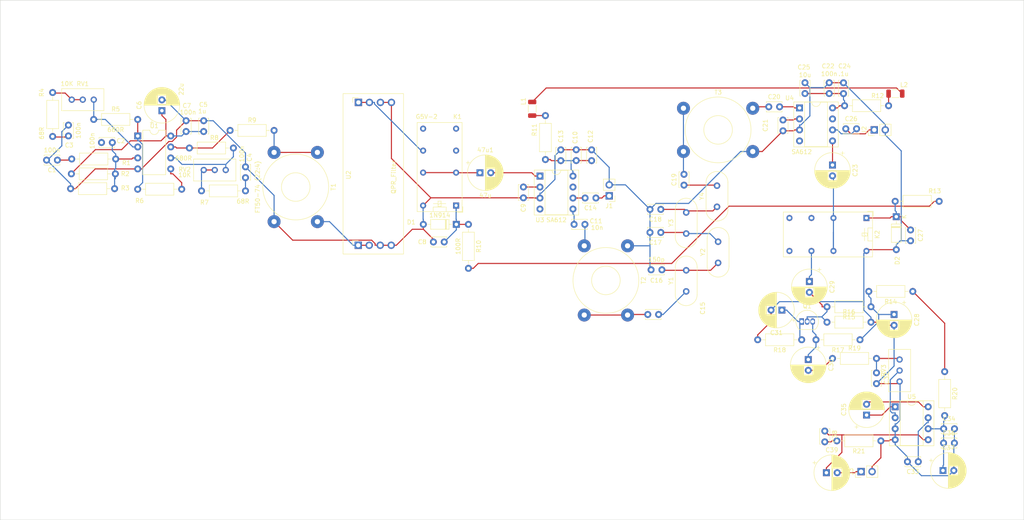
<source format=kicad_pcb>
(kicad_pcb (version 20211014) (generator pcbnew)
  (layers (0 "F.Cu" signal) (31 "B.Cu" signal) (34 "B.Paste" user) (35 "F.Paste" user) (36 "B.SilkS" user "B.Silkscreen") (37 "F.SilkS" user "F.Silkscreen") (38 "B.Mask" user) (39 "F.Mask" user) (44 "Edge.Cuts" user))
  (net 0 "")
  (net 1 "Net-(R9-Pad2)")
  (net 2 "GND")
  (net 3 "Net-(C1-Pad1)")
  (net 4 "ANT_IN")
  (net 5 "Net-(C2-Pad2)")
  (net 6 "Net-(C3-Pad1)")
  (net 7 "Net-(C4-Pad1)")
  (net 8 "+5V")
  (net 9 "Net-(R4-Pad1)")
  (net 10 "Net-(R5-Pad1)")
  (net 11 "Net-(R5-Pad2)")
  (net 12 "Net-(R6-Pad2)")
  (net 13 "Net-(R7-Pad1)")
  (net 14 "Net-(R8-Pad1)")
  (net 15 "Net-(R8-Pad2)")
  (net 16 "Net-(47u1-Pad1)")
  (net 17 "Net-(47u1-Pad2)")
  (net 18 "Net-(C8-Pad1)")
  (net 19 "Net-(C9-Pad1)")
  (net 20 "Net-(C10-Pad1)")
  (net 21 "Net-(C11-Pad1)")
  (net 22 "Net-(C11-Pad2)")
  (net 23 "Net-(C14-Pad1)")
  (net 24 "Net-(C14-Pad2)")
  (net 25 "Net-(C15-Pad1)")
  (net 26 "Net-(C15-Pad2)")
  (net 27 "Net-(C16-Pad1)")
  (net 28 "Net-(C17-Pad1)")
  (net 29 "Net-(C18-Pad1)")
  (net 30 "Net-(C19-Pad1)")
  (net 31 "Net-(C19-Pad2)")
  (net 32 "Net-(C20-Pad1)")
  (net 33 "Net-(C20-Pad2)")
  (net 34 "Net-(C21-Pad1)")
  (net 35 "Net-(C22-Pad1)")
  (net 36 "Net-(C23-Pad1)")
  (net 37 "Net-(C23-Pad2)")
  (net 38 "Net-(C26-Pad1)")
  (net 39 "Net-(C26-Pad2)")
  (net 40 "Net-(C27-Pad1)")
  (net 42 "IFMICIN")
  (net 44 "IFRFIN")
  (net 46 "Net-(C28-Pad1)")
  (net 48 "IFAFOUT")
  (net 49 "TX12V")
  (net 50 "Net-(L1-Pad2)")
  (net 51 "Net-(L2-Pad2)")
  (net 52 "Net-(T1-Pad4)")
  (net 53 "+8V")
  (net 58 "Net-(C29-Pad2)")
  (net 59 "Net-(C30-Pad1)")
  (net 60 "Net-(C30-Pad2)")
  (net 61 "Net-(C31-Pad1)")
  (net 62 "SMeterIN")
  (net 63 "Net-(C33-Pad1)")
  (net 64 "Net-(C34-Pad1)")
  (net 65 "Net-(C35-Pad1)")
  (net 66 "Net-(C35-Pad2)")
  (net 67 "Net-(C38-Pad1)")
  (net 68 "Net-(C38-Pad2)")
  (net 69 "Net-(C39-Pad2)")
  (net 70 "IFPAOUT")
  (net 71 "RX12V")
  (net 72 "Net-(RV3-Pad2)")
  (footprint "Resistor_THT:R_Axial_DIN0207_L6.3mm_D2.5mm_P10.16mm_Horizontal" (layer "F.Cu") (at 229.362 108.458 180)
    (fp_text reference "R14")
    (fp_text value "100R")
  )
  (footprint "Capacitor_THT:C_Disc_D3.4mm_W2.1mm_P2.50mm" (layer "F.Cu") (at 139.446 84.328 -90)
    (fp_text reference "C9")
    (fp_text value "100n")
  )
  (footprint "Resistor_THT:R_Axial_DIN0207_L6.3mm_D2.5mm_P10.16mm_Horizontal" (layer "F.Cu") (at 203.708 119.634 180)
    (fp_text reference "R18")
    (fp_text value "470R")
  )
  (footprint "Resistor_THT:R_Axial_DIN0207_L6.3mm_D2.5mm_P10.16mm_Horizontal" (layer "F.Cu") (at 62.31 75.312)
    (fp_text reference "R8")
    (fp_text value "680R")
  )
  (footprint "Relay_THT:Relay_DPDT_Omron_G5V-2" (layer "F.Cu") (at 123.9045 88.6135 180)
    (fp_text reference "K1")
    (fp_text value "G5V-2")
  )
  (footprint "Diode_THT:D_DO-35_SOD27_P7.62mm_Horizontal" (layer "F.Cu") (at 123.952 92.964 180)
    (fp_text reference "D1")
    (fp_text value "1N914")
  )
  (footprint "Resistor_THT:R_Axial_DIN0207_L6.3mm_D2.5mm_P10.16mm_Horizontal" (layer "F.Cu") (at 225.298 87.63)
    (fp_text reference "R13")
    (fp_text value "100R")
  )
  (footprint "Resistor_THT:R_Axial_DIN0207_L6.3mm_D2.5mm_P10.16mm_Horizontal" (layer "F.Cu") (at 217.17 119.634 180)
    (fp_text reference "R17")
    (fp_text value "1K")
  )
  (footprint "Transformer_THT:Transformer_Toroid_Horizontal_D14.0mm_Amidon-T50" (layer "F.Cu") (at 176.404 76.12)
    (fp_text reference "T3")
    (fp_text value "FT50-75 (7:18)")
  )
  (footprint "Potentiometer_THT:Potentiometer_Bourns_3296W_Vertical" (layer "F.Cu") (at 226.314 124.206 90)
    (fp_text reference "RV3")
    (fp_text value "10K")
  )
  (footprint "Capacitor_THT:CP_Radial_D8.0mm_P2.50mm" (layer "F.Cu") (at 210.82 79.248 -90)
    (fp_text reference "C23")
    (fp_text value "47u")
  )
  (footprint "Capacitor_THT:C_Disc_D3.4mm_W2.1mm_P2.50mm" (layer "F.Cu") (at 213.36 62.738 90)
    (fp_text reference "C24")
    (fp_text value ".1u")
  )
  (footprint "Crystal:Crystal_HC49-4H_Vertical" (layer "F.Cu") (at 184.404 101.854 90)
    (fp_text reference "Y2")
    (fp_text value "12 MHz")
  )
  (footprint "Transformer_THT:Transformer_Toroid_Horizontal_D14.0mm_Amidon-T50" (layer "F.Cu") (at 153.496 97.918 -90)
    (fp_text reference "T2")
    (fp_text value "FT50-75 (18:7)")
  )
  (footprint "Capacitor_THT:C_Disc_D3.4mm_W2.1mm_P2.50mm" (layer "F.Cu") (at 228.854 94.254 -90)
    (fp_text reference "C27")
    (fp_text value "100n")
  )
  (footprint "Capacitor_THT:C_Disc_D3.4mm_W2.1mm_P2.50mm" (layer "F.Cu") (at 61.548 71.502 90)
    (fp_text reference "C7")
    (fp_text value "100n")
  )
  (footprint "Resistor_THT:R_Axial_DIN0207_L6.3mm_D2.5mm_P10.16mm_Horizontal" (layer "F.Cu") (at 223.774 65.532 180)
    (fp_text reference "R12")
    (fp_text value "100R")
  )
  (footprint "Potentiometer_THT:Potentiometer_Bourns_3296W_Vertical" (layer "F.Cu") (at 40.222 64.136)
    (fp_text reference "RV1")
    (fp_text value "10K")
  )
  (footprint "Connector_PinHeader_2.54mm:PinHeader_1x02_P2.54mm_Vertical" (layer "F.Cu") (at 220.472 71.12 90)
    (fp_text reference "J2")
    (fp_text value "BFO/LO")
  )
  (footprint "Capacitor_THT:C_Disc_D3.4mm_W2.1mm_P2.50mm" (layer "F.Cu") (at 196.108 65.786)
    (fp_text reference "C20")
    (fp_text value "10n")
  )
  (footprint "Resistor_THT:R_Axial_DIN0207_L6.3mm_D2.5mm_P10.16mm_Horizontal" (layer "F.Cu") (at 221.996 143.002 180)
    (fp_text reference "R21")
    (fp_text value "10R")
  )
  (footprint "Capacitor_THT:CP_Radial_D8.0mm_P2.50mm" (layer "F.Cu") (at 236.3373 149.86)
    (fp_text reference "C37")
    (fp_text value "220u")
  )
  (footprint "Package_DIP:DIP-8_W7.62mm" (layer "F.Cu") (at 50.382 72.528)
    (fp_text reference "U1")
    (fp_text value "LT1253")
  )
  (footprint "Resistor_THT:R_Axial_DIN0207_L6.3mm_D2.5mm_P10.16mm_Horizontal" (layer "F.Cu") (at 30.734 62.484 -90)
    (fp_text reference "R4")
    (fp_text value "68R")
  )
  (footprint "Crystal:Crystal_HC49-4H_Vertical" (layer "F.Cu") (at 177.038 108.458 90)
    (fp_text reference "Y1")
    (fp_text value "12 MHz")
  )
  (footprint "Relay_THT:Relay_DPDT_Omron_G5V-2" (layer "F.Cu") (at 218.6615 91.4875 -90)
    (fp_text reference "K2")
    (fp_text value "G5V-2")
  )
  (footprint "Capacitor_THT:C_Disc_D3.4mm_W2.1mm_P2.50mm" (layer "F.Cu") (at 156.19 86.868 180)
    (fp_text reference "C14")
    (fp_text value "100n")
  )
  (footprint "Capacitor_THT:C_Disc_D3.4mm_W2.1mm_P2.50mm" (layer "F.Cu") (at 236.474 143.51)
    (fp_text reference "C36")
    (fp_text value "1n")
  )
  (footprint "Capacitor_THT:C_Disc_D3.4mm_W2.1mm_P2.50mm" (layer "F.Cu") (at 65.612 71.502 90)
    (fp_text reference "C5")
    (fp_text value "1u")
  )
  (footprint "Capacitor_THT:C_Disc_D3.4mm_W2.1mm_P2.50mm" (layer "F.Cu") (at 209.042 140.736 -90)
    (fp_text reference "C38")
    (fp_text value "10n")
  )
  (footprint "Transformer_THT:Transformer_Toroid_Horizontal_D14.0mm_Amidon-T50" (layer "F.Cu") (at 81.868 76.328 -90)
    (fp_text reference "T1")
    (fp_text value "FT50-74 (22:4)")
  )
  (footprint "Capacitor_THT:C_Disc_D3.4mm_W2.1mm_P2.50mm" (layer "F.Cu") (at 42.01 74.042)
    (fp_text reference "C2")
    (fp_text value "100n")
  )
  (footprint "Package_DIP:DIP-8_W7.62mm_Socket" (layer "F.Cu") (at 225.298 135.128)
    (fp_text reference "U5")
    (fp_text value "LM386")
  )
  (footprint "Capacitor_THT:C_Disc_D3.4mm_W2.1mm_P2.50mm" (layer "F.Cu") (at 220.98 127.274 -90)
    (fp_text reference "C32")
    (fp_text value "10n")
  )
  (footprint "Resistor_THT:R_Axial_DIN0207_L6.3mm_D2.5mm_P10.16mm_Horizontal" (layer "F.Cu") (at 144.526 67.818 -90)
    (fp_text reference "R11")
    (fp_text value "100R")
  )
  (footprint "Capacitor_THT:CP_Radial_D8.0mm_P2.50mm" (layer "F.Cu") (at 205.232 124.206 -90)
    (fp_text reference "C30")
    (fp_text value "47u")
  )
  (footprint "Capacitor_THT:C_Disc_D3.4mm_W2.1mm_P2.50mm" (layer "F.Cu") (at 168.168 113.792)
    (fp_text reference "C15")
    (fp_text value "100p")
  )
  (footprint "Capacitor_THT:C_Disc_D3.4mm_W2.1mm_P2.50mm" (layer "F.Cu") (at 213.888 70.866)
    (fp_text reference "C26")
    (fp_text value "100n")
  )
  (footprint "Capacitor_THT:C_Disc_D3.4mm_W2.1mm_P2.50mm" (layer "F.Cu") (at 151.638 78.212 90)
    (fp_text reference "C10")
    (fp_text value "100n")
  )
  (footprint "Resistor_THT:R_Axial_DIN0207_L6.3mm_D2.5mm_P10.16mm_Horizontal" (layer "F.Cu") (at 35.132 77.852)
    (fp_text reference "R1")
    (fp_text value "51R")
  )
  (footprint "Package_DIP:DIP-8_W7.62mm_Socket" (layer "F.Cu") (at 203.21 66.05)
    (fp_text reference "U4")
    (fp_text value "SA612")
  )
  (footprint "Capacitor_THT:CP_Radial_D8.0mm_P2.50mm" (layer "F.Cu") (at 199.136 112.776 180)
    (fp_text reference "C31")
    (fp_text value "100u")
  )
  (footprint "Connector_PinHeader_2.54mm:PinHeader_1x02_P2.54mm_Vertical" (layer "F.Cu") (at 217.424 150.114 90)
    (fp_text reference "J3")
    (fp_text value "SPK")
  )
  (footprint "Capacitor_THT:C_Disc_D3.4mm_W2.1mm_P2.50mm" (layer "F.Cu") (at 34.37 72.518 90)
    (fp_text reference "C3")
    (fp_text value "100n")
  )
  (footprint "Capacitor_THT:C_Disc_D3.4mm_W2.1mm_P2.50mm" (layer "F.Cu") (at 171.176 89.498 180)
    (fp_text reference "C18")
    (fp_text value "150p")
  )
  (footprint "Resistor_THT:R_Axial_DIN0207_L6.3mm_D2.5mm_P10.16mm_Horizontal" (layer "F.Cu") (at 71.708 71.248)
    (fp_text reference "R9")
    (fp_text value "50R")
  )
  (footprint "Capacitor_THT:C_Disc_D3.4mm_W2.1mm_P2.50mm" (layer "F.Cu") (at 171.176 94.832 180)
    (fp_text reference "C17")
    (fp_text value "200p")
  )
  (footprint "Capacitor_THT:CP_Radial_D8.0mm_P2.50mm" (layer "F.Cu") (at 209.4133 150.368)
    (fp_text reference "C39")
    (fp_text value "100u")
  )
  (footprint "Resistor_THT:R_Axial_DIN0207_L6.3mm_D2.5mm_P10.16mm_Horizontal" (layer "F.Cu") (at 45.038 84.71 180)
    (fp_text reference "R3")
    (fp_text value "10K")
  )
  (footprint "Crystal:Crystal_HC49-4H_Vertical" (layer "F.Cu") (at 184.15 88.9 90)
    (fp_text reference "Y4")
    (fp_text value "12 MHz")
  )
  (footprint "Capacitor_THT:C_Disc_D3.4mm_W2.1mm_P2.50mm" (layer "F.Cu") (at 75.264 82.17 90)
    (fp_text reference "C4")
    (fp_text value "100n")
  )
  (footprint "Capacitor_THT:C_Disc_D3.4mm_W2.1mm_P2.50mm" (layer "F.Cu") (at 148.082 78.232 90)
    (fp_text reference "C13")
    (fp_text value "10u")
  )
  (footprint "Capacitor_THT:C_Disc_D3.4mm_W2.1mm_P2.50mm" (layer "F.Cu") (at 151.15 92.964)
    (fp_text reference "C11")
    (fp_text value "10n")
  )
  (footprint "Capacitor_THT:CP_Radial_D8.0mm_P2.50mm" (layer "F.Cu") (at 205.486 106.172 -90)
    (fp_text reference "C29")
    (fp_text value "47u")
  )
  (footprint "Resistor_THT:R_Axial_DIN0207_L6.3mm_D2.5mm_P10.16mm_Horizontal" (layer "F.Cu") (at 65.104 85.218)
    (fp_text reference "R7")
    (fp_text value "68R")
  )
  (footprint "Capacitor_THT:C_Disc_D3.4mm_W2.1mm_P2.50mm" (layer "F.Cu") (at 204.47 62.718 90)
    (fp_text reference "C25")
    (fp_text value "10u")
  )
  (footprint "Capacitor_THT:C_Disc_D3.4mm_W2.1mm_P2.50mm" (layer "F.Cu") (at 31.83 78.106 180)
    (fp_text reference "C1")
    (fp_text value "100n")
  )
  (footprint "Capacitor_THT:C_Disc_D3.4mm_W2.1mm_P2.50mm" (layer "F.Cu") (at 199.39 68.834 -90)
    (fp_text reference "C21")
    (fp_text value "100n")
  )
  (footprint "Capacitor_THT:C_Disc_D3.4mm_W2.1mm_P2.50mm" (layer "F.Cu") (at 176.53 83.89 90)
    (fp_text reference "C19")
    (fp_text value "100p")
  )
  (footprint "Connector_PinHeader_2.54mm:PinHeader_1x02_P2.54mm_Vertical" (layer "F.Cu") (at 159.258 86.365 180)
    (fp_text reference "J1")
    (fp_text value "LO/BFO")
  )
  (footprint "Resistor_THT:R_Axial_DIN0207_L6.3mm_D2.5mm_P10.16mm_Horizontal" (layer "F.Cu") (at 219.71 112.014 180)
    (fp_text reference "R15")
    (fp_text value "100K")
  )
  (footprint "Resistor_THT:R_Axial_DIN0207_L6.3mm_D2.5mm_P10.16mm_Horizontal" (layer "F.Cu") (at 236.728 127 -90)
    (fp_text reference "R20")
    (fp_text value "100R")
  )
  (footprint "Capacitor_THT:CP_Radial_D8.0mm_P2.50mm" (layer "F.Cu") (at 129.4033 81.026)
    (fp_text reference "47u1")
    (fp_text value "47u")
  )
  (footprint "Resistor_THT:R_Axial_DIN0207_L6.3mm_D2.5mm_P10.16mm_Horizontal" (layer "F.Cu") (at 35.052 81.28)
    (fp_text reference "R2")
    (fp_text value "10K")
  )
  (footprint "Diode_THT:D_DO-35_SOD27_P7.62mm_Horizontal" (layer "F.Cu") (at 225.552 91.186 -90)
    (fp_text reference "D2")
    (fp_text value "1N914")
  )
  (footprint "Crystal:Crystal_HC49-4H_Vertical" (layer "F.Cu") (at 177.038 95.086 90)
    (fp_text reference "Y3")
    (fp_text value "12 MHz")
  )
  (footprint "Capacitor_THT:C_Disc_D3.4mm_W2.1mm_P2.50mm" (layer "F.Cu") (at 236.494 140.208)
    (fp_text reference "C34")
    (fp_text value "100n")
  )
  (footprint "Capacitor_THT:C_Disc_D3.4mm_W2.1mm_P2.50mm" (layer "F.Cu") (at 121.158 97.028 180)
    (fp_text reference "C8")
    (fp_text value "100n")
  )
  (footprint "Capacitor_THT:C_Disc_D3.4mm_W2.1mm_P2.50mm" (layer "F.Cu") (at 171.43 103.468 180)
    (fp_text reference "C16")
    (fp_text value "150p")
  )
  (footprint "Resistor_THT:R_Axial_DIN0207_L6.3mm_D2.5mm_P10.16mm_Horizontal" (layer "F.Cu") (at 40.212 68.708)
    (fp_text reference "R5")
    (fp_text value "680R")
  )
  (footprint "Capacitor_THT:C_Disc_D3.4mm_W2.1mm_P2.50mm" (layer "F.Cu") (at 155.194 78.232 90)
    (fp_text reference "C12")
    (fp_text value ".1u")
  )
  (footprint "Resistor_THT:R_Axial_DIN0207_L6.3mm_D2.5mm_P10.16mm_Horizontal" (layer "F.Cu") (at 126.746 92.964 -90)
    (fp_text reference "R10")
    (fp_text value "100R")
  )
  (footprint "Custom_RF:QRPLabs_Filter_TH" (layer "F.Cu") (at 106.68 87.63 90)
    (fp_text reference "U2")
    (fp_text value "QPR_Filter")
  )
  (footprint "Inductor_SMD:L_1206_3216Metric" (layer "F.Cu") (at 225.349 62.738 180)
    (fp_text reference "L2")
    (fp_text value "20u")
  )
  (footprint "Potentiometer_THT:Potentiometer_Bourns_3296W_Vertical" (layer "F.Cu") (at 70.702 80.392)
    (fp_text reference "RV2")
    (fp_text value "10K")
  )
  (footprint "Inductor_SMD:L_1206_3216Metric" (layer "F.Cu") (at 141.478 66.243 -90)
    (fp_text reference "L1")
    (fp_text value "20u")
  )
  (footprint "Resistor_THT:R_Axial_DIN0207_L6.3mm_D2.5mm_P10.16mm_Horizontal" (layer "F.Cu") (at 209.55 115.57)
    (fp_text reference "R16")
    (fp_text value "10K")
  )
  (footprint "Capacitor_THT:CP_Radial_D8.0mm_P2.50mm" (layer "F.Cu") (at 55.96 66.676 90)
    (fp_text reference "C6")
    (fp_text value "22u")
  )
  (footprint "Capacitor_THT:CP_Radial_D8.0mm_P2.50mm" (layer "F.Cu") (at 225.044 113.792 -90)
    (fp_text reference "C28")
    (fp_text value "47u")
  )
  (footprint "Capacitor_THT:CP_Radial_D8.0mm_P2.50mm" (layer "F.Cu") (at 218.694 137.0427 90)
    (fp_text reference "C35")
    (fp_text value "10u")
  )
  (footprint "Package_DIP:DIP-8_W7.62mm_Socket" (layer "F.Cu") (at 143.266 81.798)
    (fp_text reference "U3")
    (fp_text value "SA612")
  )
  (footprint "Package_TO_SOT_THT:TO-92_Inline" (layer "F.Cu") (at 203.708 115.422)
    (fp_text reference "Q1")
    (fp_text value "2N3904")
  )
  (footprint "Resistor_THT:R_Axial_DIN0207_L6.3mm_D2.5mm_P10.16mm_Horizontal" (layer "F.Cu") (at 210.82 123.952)
    (fp_text reference "R19")
    (fp_text value "2.7K")
  )
  (footprint "Capacitor_THT:C_Disc_D3.4mm_W2.1mm_P2.50mm" (layer "F.Cu") (at 230.632 147.828 180)
    (fp_text reference "C33")
    (fp_text value "1u")
  )
  (footprint "Resistor_THT:R_Axial_DIN0207_L6.3mm_D2.5mm_P10.16mm_Horizontal" (layer "F.Cu") (at 50.372 84.836)
    (fp_text reference "R6")
    (fp_text value "200R")
  )
  (footprint "Capacitor_THT:C_Disc_D3.4mm_W2.1mm_P2.50mm" (layer "F.Cu") (at 210.058 62.718 90)
    (fp_text reference "C22")
    (fp_text value "100n")
  )
  (gr_rect (start 255.016 161.29) (end 18.622 41.148) (layer "Edge.Cuts") (width 0.1) (fill none))
  (segment (start 91.868 76.328) (end 81.868 76.328) (width 0.25) (layer "F.Cu") (net 1))
  (segment (start 81.868 71.248) (end 81.868 76.328) (width 0.25) (layer "B.Cu") (net 1))
  (segment (start 193.548 119.634) (end 193.548 118.5087) (width 0.25) (layer "F.Cu") (net 2))
  (segment (start 225.044 116.292) (end 221.5573 116.292) (width 0.25) (layer "F.Cu") (net 2))
  (segment (start 108.92 97.79) (end 106.38 97.79) (width 0.25) (layer "F.Cu") (net 2))
  (segment (start 213.34 60.218) (end 210.058 60.218) (width 0.25) (layer "F.Cu") (net 2))
  (segment (start 108.92 97.79) (end 110.095 97.79) (width 0.25) (layer "F.Cu") (net 2))
  (segment (start 218.6615 99.1075) (end 218.662 99.1075) (width 0.25) (layer "F.Cu") (net 2))
  (segment (start 108.966 64.77) (end 106.426 64.77) (width 0.25) (layer "F.Cu") (net 2))
  (segment (start 142.141 86.878) (end 143.266 86.878) (width 0.25) (layer "F.Cu") (net 2))
  (segment (start 225.298 142.748) (end 224.1727 142.748) (width 0.25) (layer "F.Cu") (net 2))
  (segment (start 192.404 76.12) (end 194.604 76.12) (width 0.25) (layer "F.Cu") (net 2))
  (segment (start 219.71 115.57) (end 220.8353 115.57) (width 0.25) (layer "F.Cu") (net 2))
  (segment (start 221.5573 116.292) (end 220.8353 115.57) (width 0.25) (layer "F.Cu") (net 2))
  (segment (start 225.552 98.806) (end 218.963 98.806) (width 0.25) (layer "F.Cu") (net 2))
  (segment (start 142.091 86.828) (end 142.141 86.878) (width 0.25) (layer "F.Cu") (net 2))
  (segment (start 116.332 92.964) (end 116.332 94.0893) (width 0.25) (layer "F.Cu") (net 2))
  (segment (start 104.397 96.6147) (end 86.1547 96.6147) (width 0.25) (layer "F.Cu") (net 2))
  (segment (start 86.1547 96.6147) (end 81.868 92.328) (width 0.25) (layer "F.Cu") (net 2))
  (segment (start 61.548 69.002) (end 59.3496 71.2004) (width 0.25) (layer "F.Cu") (net 2))
  (segment (start 155.194 75.732) (end 155.174 75.712) (width 0.25) (layer "F.Cu") (net 2))
  (segment (start 201.881 71.334) (end 202.085 71.13) (width 0.25) (layer "F.Cu") (net 2))
  (segment (start 148.102 75.712) (end 148.082 75.732) (width 0.25) (layer "F.Cu") (net 2))
  (segment (start 51.5073 80.148) (end 50.382 80.148) (width 0.25) (layer "F.Cu") (net 2))
  (segment (start 218.963 98.806) (end 218.662 99.1075) (width 0.25) (layer "F.Cu") (net 2))
  (segment (start 116.2843 88.6133) (end 118.07 86.828) (width 0.25) (layer "F.Cu") (net 2))
  (segment (start 110.095 97.79) (end 113.796 94.0893) (width 0.25) (layer "F.Cu") (net 2))
  (segment (start 151.638 75.712) (end 148.102 75.712) (width 0.25) (layer "F.Cu") (net 2))
  (segment (start 116.284 88.6135) (end 116.2843 88.6133) (width 0.25) (layer "F.Cu") (net 2))
  (segment (start 106.38 97.79) (end 105.205 97.79) (width 0.25) (layer "F.Cu") (net 2))
  (segment (start 199.39 71.334) (end 201.881 71.334) (width 0.25) (layer "F.Cu") (net 2))
  (segment (start 118.658 96.4153) (end 118.658 97.028) (width 0.25) (layer "F.Cu") (net 2))
  (segment (start 58.3322 73.798) (end 57.576 73.798) (width 0.25) (layer "F.Cu") (net 2))
  (segment (start 51.5073 79.8667) (end 51.5073 80.148) (width 0.25) (layer "F.Cu") (net 2))
  (segment (start 105.205 97.4226) (end 104.397 96.6147) (width 0.25) (layer "F.Cu") (net 2))
  (segment (start 116.2845 88.6135) (end 116.2843 88.6133) (width 0.25) (layer "F.Cu") (net 2))
  (segment (start 108.966 77.724) (end 108.966 64.77) (width 0.25) (layer "F.Cu") (net 2))
  (segment (start 194.604 76.12) (end 199.39 71.334) (width 0.25) (layer "F.Cu") (net 2))
  (segment (start 196.636 115.4207) (end 193.548 118.5087) (width 0.25) (layer "F.Cu") (net 2))
  (segment (start 155.174 75.712) (end 151.638 75.712) (width 0.25) (layer "F.Cu") (net 2))
  (segment (start 34.878 84.71) (end 36.0033 84.71) (width 0.25) (layer "F.Cu") (net 2))
  (segment (start 59.3496 72.7806) (end 58.3322 73.798) (width 0.25) (layer "F.Cu") (net 2))
  (segment (start 118.07 86.828) (end 108.966 77.724) (width 0.25) (layer "F.Cu") (net 2))
  (segment (start 59.3496 71.2004) (end 59.3496 72.7806) (width 0.25) (layer "F.Cu") (net 2))
  (segment (start 221.996 143.002) (end 223.9187 143.002) (width 0.25) (layer "F.Cu") (net 2))
  (segment (start 223.9187 143.002) (end 224.1727 142.748) (width 0.25) (layer "F.Cu") (net 2))
  (segment (start 219.964 150.114) (end 219.964 148.9387) (width 0.25) (layer "F.Cu") (net 2))
  (segment (start 196.636 112.776) (end 196.636 115.4207) (width 0.25) (layer "F.Cu") (net 2))
  (segment (start 40.5653 80.148) (end 50.382 80.148) (width 0.25) (layer "F.Cu") (net 2))
  (segment (start 65.612 69.002) (end 61.548 69.002) (width 0.25) (layer "F.Cu") (net 2))
  (segment (start 221.996 146.9067) (end 219.964 148.9387) (width 0.25) (layer "F.Cu") (net 2))
  (segment (start 36.0033 84.71) (end 40.5653 80.148) (width 0.25) (layer "F.Cu") (net 2))
  (segment (start 213.36 60.238) (end 213.34 60.218) (width 0.25) (layer "F.Cu") (net 2))
  (segment (start 113.796 94.0893) (end 116.332 94.0893) (width 0.25) (layer "F.Cu") (net 2))
  (segment (start 139.446 86.828) (end 142.091 86.828) (width 0.25) (layer "F.Cu") (net 2))
  (segment (start 221.996 143.002) (end 221.996 146.9067) (width 0.25) (layer "F.Cu") (net 2))
  (segment (start 57.576 73.798) (end 51.5073 79.8667) (width 0.25) (layer "F.Cu") (net 2))
  (segment (start 220.98 129.774) (end 225.826 129.774) (width 0.25) (layer "F.Cu") (net 2))
  (segment (start 118.07 86.828) (end 139.446 86.828) (width 0.25) (layer "F.Cu") (net 2))
  (segment (start 105.205 97.79) (end 105.205 97.4226) (width 0.25) (layer "F.Cu") (net 2))
  (segment (start 116.332 94.0893) (end 118.658 96.4153) (width 0.25) (layer "F.Cu") (net 2))
  (segment (start 225.826 129.774) (end 226.314 129.286) (width 0.25) (layer "F.Cu") (net 2))
  (segment (start 202.085 71.13) (end 203.21 71.13) (width 0.25) (layer "F.Cu") (net 2))
  (segment (start 116.2845 88.6135) (end 116.284 88.6135) (width 0.25) (layer "B.Cu") (net 2))
  (segment (start 238.974 143.51) (end 238.8373 143.6467) (width 0.25) (layer "B.Cu") (net 2))
  (segment (start 218.0568 110.8333) (end 198.5787 110.8333) (width 0.25) (layer "B.Cu") (net 2))
  (segment (start 168.93 103.468) (end 168.676 103.214) (width 0.25) (layer "B.Cu") (net 2))
  (segment (start 238.8373 143.6467) (end 238.8373 149.86) (width 0.25) (layer "B.Cu") (net 2))
  (segment (start 218.0568 112.7915) (end 219.71 114.4447) (width 0.25) (layer "B.Cu") (net 2))
  (segment (start 223.012 69.89) (end 223.012 71.12) (width 0.25) (layer "B.Cu") (net 2))
  (segment (start 218.0568 99.7122) (end 218.0568 110.8333) (width 0.25) (layer "B.Cu") (net 2))
  (segment (start 65.612 69.002) (end 67.7959 69.002) (width 0.25) (layer "B.Cu") (net 2))
  (segment (start 67.7959 69.002) (end 75.264 76.4701) (width 0.25) (layer "B.Cu") (net 2))
  (segment (start 34.878 84.71) (end 34.878 83.5847) (width 0.25) (layer "B.Cu") (net 2))
  (segment (start 29.5391 78.2458) (end 29.5391 78.106) (width 0.25) (layer "B.Cu") (net 2))
  (segment (start 116.332 91.8387) (end 116.284 91.7912) (width 0.25) (layer "B.Cu") (net 2))
  (segment (start 143.266 86.878) (end 143.266 85.7527) (width 0.25) (layer "B.Cu") (net 2))
  (segment (start 203.21 70.0047) (end 203.491 70.0047) (width 0.25) (layer "B.Cu") (net 2))
  (segment (start 168.676 97.918) (end 168.676 94.832) (width 0.25) (layer "B.Cu") (net 2))
  (segment (start 228.132 147.828) (end 231.3579 151.0539) (width 0.25) (layer "B.Cu") (net 2))
  (segment (start 205.598 61.3456) (end 208.93 61.3456) (width 0.25) (layer "B.Cu") (net 2))
  (segment (start 226.314 129.286) (end 226.4233 129.3953) (width 0.25) (layer "B.Cu") (net 2))
  (segment (start 29.5391 78.106) (end 29.33 78.106) (width 0.25) (layer "B.Cu") (net 2))
  (segment (start 226.703 96.754) (end 226.479 96.754) (width 0.25) (layer "B.Cu") (net 2))
  (segment (start 225.5794 139.0827) (end 225.298 139.0827) (width 0.25) (layer "B.Cu") (net 2))
  (segment (start 143.266 85.7527) (end 143.547 85.7527) (width 0.25) (layer "B.Cu") (net 2))
  (segment (start 168.676 94.832) (end 168.676 89.498) (width 0.25) (layer "B.Cu") (net 2))
  (segment (start 75.264 79.67) (end 81.868 86.274) (width 0.25) (layer "B.Cu") (net 2))
  (segment (start 208.93 61.3456) (end 210.058 60.218) (width 0.25) (layer "B.Cu") (net 2))
  (segment (start 238.994 140.208) (end 238.974 140.228) (width 0.25) (layer "B.Cu") (net 2))
  (segment (start 159.258 83.825) (end 163.003 83.825) (width 0.25) (layer "B.Cu") (net 2))
  (segment (start 205.598 67.8984) (end 205.598 61.3456) (width 0.25) (layer "B.Cu") (net 2))
  (segment (start 75.264 76.4701) (end 75.264 79.67) (width 0.25) (layer "B.Cu") (net 2))
  (segment (start 170.055 88.1192) (end 168.676 89.498) (width 0.25) (layer "B.Cu") (net 2))
  (segment (start 225.552 97.6807) (end 225.552 98.806) (width 0.25) (layer "B.Cu") (net 2))
  (segment (start 220.98 129.774) (end 225.044 125.71) (width 0.25) (layer "B.Cu") (net 2))
  (segment (start 226.479 96.754) (end 225.552 97.6807) (width 0.25) (layer "B.Cu") (net 2))
  (segment (start 218.6615 99.1075) (end 218.0568 99.7122) (width 0.25) (layer "B.Cu") (net 2))
  (segment (start 163.003 83.825) (end 168.676 89.498) (width 0.25) (layer "B.Cu") (net 2))
  (segment (start 32.8461 71.5419) (end 34.37 70.018) (width 0.25) (layer "B.Cu") (net 2))
  (segment (start 81.868 86.274) (end 81.868 92.328) (width 0.25) (layer "B.Cu") (net 2))
  (segment (start 213.36 60.238) (end 223.012 69.89) (width 0.25) (layer "B.Cu") (net 2))
  (segment (start 146.727 82.5726) (end 146.727 77.0866) (width 0.25) (layer "B.Cu") (net 2))
  (segment (start 225.298 140.208) (end 225.298 139.0827) (width 0.25) (layer "B.Cu") (net 2))
  (segment (start 155.194 75.732) (end 159.258 79.796) (width 0.25) (layer "B.Cu") (net 2))
  (segment (start 203.491 70.0047) (end 205.598 67.8984) (width 0.25) (layer "B.Cu") (net 2))
  (segment (start 226.703 75.986) (end 226.703 96.754) (width 0.25) (layer "B.Cu") (net 2))
  (segment (start 55.96 64.176) (end 56.722 64.176) (width 0.25) (layer "B.Cu") (net 2))
  (segment (start 168.676 103.214) (end 168.676 97.918) (width 0.25) (layer "B.Cu") (net 2))
  (segment (start 226.4233 129.3953) (end 226.4233 138.2388) (width 0.25) (layer "B.Cu") (net 2))
  (segment (start 143.547 85.7527) (end 146.727 82.5726) (width 0.25) (layer "B.Cu") (net 2))
  (segment (start 192.404 76.12) (end 189.603 76.12) (width 0.25) (layer "B.Cu") (net 2))
  (segment (start 218.0568 110.8333) (end 218.0568 112.7915) (width 0.25) (layer "B.Cu") (net 2))
  (segment (start 116.332 92.964) (end 116.332 91.8387) (width 0.25) (layer "B.Cu") (net 2))
  (segment (start 223.012 72.2953) (end 226.703 75.986) (width 0.25) (layer "B.Cu") (net 2))
  (segment (start 116.284 91.7912) (end 116.284 88.6135) (width 0.25) (layer "B.Cu") (net 2))
  (segment (start 168.676 97.918) (end 163.496 97.918) (width 0.25) (layer "B.Cu") (net 2))
  (segment (start 228.132 146.7073) (end 228.132 147.828) (width 0.25) (layer "B.Cu") (net 2))
  (segment (start 225.044 125.71) (end 225.044 116.292) (width 0.25) (layer "B.Cu") (net 2))
  (segment (start 203.21 71.13) (end 203.21 70.0047) (width 0.25) (layer "B.Cu") (net 2))
  (segment (start 231.3579 151.0539) (end 237.6434 151.0539) (width 0.25) (layer "B.Cu") (net 2))
  (segment (start 219.71 115.57) (end 219.71 114.4447) (width 0.25) (layer "B.Cu") (net 2))
  (segment (start 225.298 142.748) (end 225.298 143.8733) (width 0.25) (layer "B.Cu") (net 2))
  (segment (start 29.5391 78.106) (end 32.8461 74.799) (width 0.25) (layer "B.Cu") (net 2))
  (segment (start 198.5787 110.8333) (end 196.636 112.776) (width 0.25) (layer "B.Cu") (net 2))
  (segment (start 56.722 64.176) (end 61.548 69.002) (width 0.25) (layer "B.Cu") (net 2))
  (segment (start 223.012 71.12) (end 223.012 72.2953) (width 0.25) (layer "B.Cu") (net 2))
  (segment (start 205.598 61.3456) (end 204.47 60.218) (width 0.25) (layer "B.Cu") (net 2))
  (segment (start 228.854 96.754) (end 226.703 96.754) (width 0.25) (layer "B.Cu") (net 2))
  (segment (start 34.878 83.5847) (end 29.5391 78.2458) (width 0.25) (layer "B.Cu") (net 2))
  (segment (start 225.298 143.8733) (end 228.132 146.7073) (width 0.25) (layer "B.Cu") (net 2))
  (segment (start 189.603 76.12) (end 177.604 88.1192) (width 0.25) (layer "B.Cu") (net 2))
  (segment (start 146.727 77.0866) (end 148.082 75.732) (width 0.25) (layer "B.Cu") (net 2))
  (segment (start 238.974 140.228) (end 238.974 143.51) (width 0.25) (layer "B.Cu") (net 2))
  (segment (start 32.8461 74.799) (end 32.8461 71.5419) (width 0.25) (layer "B.Cu") (net 2))
  (segment (start 237.6434 151.0539) (end 238.8373 149.86) (width 0.25) (layer "B.Cu") (net 2))
  (segment (start 159.258 79.796) (end 159.258 83.825) (width 0.25) (layer "B.Cu") (net 2))
  (segment (start 225.298 142.748) (end 225.298 140.208) (width 0.25) (layer "B.Cu") (net 2))
  (segment (start 226.4233 138.2388) (end 225.5794 139.0827) (width 0.25) (layer "B.Cu") (net 2))
  (segment (start 177.604 88.1192) (end 170.055 88.1192) (width 0.25) (layer "B.Cu") (net 2))
  (segment (start 34.878 78.106) (end 35.132 77.852) (width 0.25) (layer "F.Cu") (net 3))
  (segment (start 31.83 78.106) (end 34.878 78.106) (width 0.25) (layer "F.Cu") (net 3))
  (segment (start 49.0127 77.852) (end 49.2567 77.608) (width 0.25) (layer "F.Cu") (net 5))
  (segment (start 45.292 77.852) (end 49.0127 77.852) (width 0.25) (layer "F.Cu") (net 5))
  (segment (start 49.2567 77.608) (end 50.382 77.608) (width 0.25) (layer "F.Cu") (net 5))
  (segment (start 45.038 84.71) (end 45.038 82.4963) (width 0.25) (layer "B.Cu") (net 5))
  (segment (start 45.292 76.7267) (end 44.51 75.9447) (width 0.25) (layer "B.Cu") (net 5))
  (segment (start 45.038 82.4963) (end 45.129 82.4053) (width 0.25) (layer "B.Cu") (net 5))
  (segment (start 45.038 80.2827) (end 45.292 80.0287) (width 0.25) (layer "B.Cu") (net 5))
  (segment (start 45.129 82.4053) (end 45.212 82.4053) (width 0.25) (layer "B.Cu") (net 5))
  (segment (start 45.212 81.28) (end 45.212 82.4053) (width 0.25) (layer "B.Cu") (net 5))
  (segment (start 45.038 82.4963) (end 45.038 80.2827) (width 0.25) (layer "B.Cu") (net 5))
  (segment (start 45.292 77.852) (end 45.292 76.7267) (width 0.25) (layer "B.Cu") (net 5))
  (segment (start 45.292 80.0287) (end 45.292 77.852) (width 0.25) (layer "B.Cu") (net 5))
  (segment (start 44.51 75.9447) (end 44.51 74.042) (width 0.25) (layer "B.Cu") (net 5))
  (segment (start 31.068 72.772) (end 30.862 72.772) (width 0.25) (layer "F.Cu") (net 6))
  (segment (start 30.862 72.772) (end 30.734 72.644) (width 0.25) (layer "F.Cu") (net 6))
  (segment (start 34.116 72.772) (end 31.068 72.772) (width 0.25) (layer "F.Cu") (net 6))
  (segment (start 34.37 72.518) (end 34.116 72.772) (width 0.25) (layer "F.Cu") (net 6))
  (segment (start 75.264 85.218) (end 75.264 82.17) (width 0.25) (layer "B.Cu") (net 7))
  (segment (start 35.052 81.234) (end 35.052 81.28) (width 0.25) (layer "F.Cu") (net 8))
  (segment (start 56.8767 68.718) (end 56.8767 72.528) (width 0.25) (layer "F.Cu") (net 8))
  (segment (start 40.6026 75.6834) (end 46.6602 75.6834) (width 0.25) (layer "F.Cu") (net 8))
  (segment (start 46.6602 75.6834) (end 48.6903 73.6533) (width 0.25) (layer "F.Cu") (net 8))
  (segment (start 34.878 81.408) (end 35.052 81.234) (width 0.25) (layer "F.Cu") (net 8))
  (segment (start 55.7514 73.6533) (end 56.8767 72.528) (width 0.25) (layer "F.Cu") (net 8))
  (segment (start 35.052 81.234) (end 40.6026 75.6834) (width 0.25) (layer "F.Cu") (net 8))
  (segment (start 48.6903 73.6533) (end 55.7514 73.6533) (width 0.25) (layer "F.Cu") (net 8))
  (segment (start 55.96 67.8013) (end 56.8767 68.718) (width 0.25) (layer "F.Cu") (net 8))
  (segment (start 58.002 72.528) (end 56.8767 72.528) (width 0.25) (layer "F.Cu") (net 8))
  (segment (start 55.96 66.676) (end 55.96 67.8013) (width 0.25) (layer "F.Cu") (net 8))
  (segment (start 60.522 72.528) (end 61.548 71.502) (width 0.25) (layer "B.Cu") (net 8))
  (segment (start 65.612 71.502) (end 61.548 71.502) (width 0.25) (layer "B.Cu") (net 8))
  (segment (start 58.002 72.528) (end 60.522 72.528) (width 0.25) (layer "B.Cu") (net 8))
  (segment (start 31.068 62.612) (end 33.618 62.612) (width 0.25) (layer "F.Cu") (net 9))
  (segment (start 33.618 62.612) (end 35.142 64.136) (width 0.25) (layer "F.Cu") (net 9))
  (segment (start 35.142 64.136) (end 37.682 64.136) (width 0.25) (layer "F.Cu") (net 9))
  (segment (start 30.862 62.612) (end 30.734 62.484) (width 0.25) (layer "F.Cu") (net 9))
  (segment (start 31.068 62.612) (end 30.862 62.612) (width 0.25) (layer "F.Cu") (net 9))
  (segment (start 49.2567 75.068) (end 42.8867 68.698) (width 0.25) (layer "B.Cu") (net 10))
  (segment (start 50.382 75.068) (end 49.2567 75.068) (width 0.25) (layer "B.Cu") (net 10))
  (segment (start 40.222 68.698) (end 40.222 64.136) (width 0.25) (layer "B.Cu") (net 10))
  (segment (start 40.212 68.708) (end 40.222 68.698) (width 0.25) (layer "B.Cu") (net 10))
  (segment (start 42.8867 68.698) (end 40.222 68.698) (width 0.25) (layer "B.Cu") (net 10))
  (segment (start 50.382 71.4027) (end 50.372 71.3927) (width 0.25) (layer "F.Cu") (net 11))
  (segment (start 50.372 71.3927) (end 50.372 68.708) (width 0.25) (layer "F.Cu") (net 11))
  (segment (start 50.382 72.528) (end 50.382 71.4027) (width 0.25) (layer "F.Cu") (net 11))
  (segment (start 50.382 73.6533) (end 50.382 72.528) (width 0.25) (layer "B.Cu") (net 11))
  (segment (start 50.372 84.456) (end 51.5073 83.3207) (width 0.25) (layer "B.Cu") (net 11))
  (segment (start 51.5073 83.3207) (end 51.5073 74.4972) (width 0.25) (layer "B.Cu") (net 11))
  (segment (start 50.372 84.456) (end 50.372 84.836) (width 0.25) (layer "B.Cu") (net 11))
  (segment (start 51.5073 74.4972) (end 50.6634 73.6533) (width 0.25) (layer "B.Cu") (net 11))
  (segment (start 50.6634 73.6533) (end 50.382 73.6533) (width 0.25) (layer "B.Cu") (net 11))
  (segment (start 58.4746 81.2733) (end 58.002 81.2733) (width 0.25) (layer "F.Cu") (net 12))
  (segment (start 60.532 84.456) (end 60.532 84.836) (width 0.25) (layer "F.Cu") (net 12))
  (segment (start 60.532 83.3307) (end 58.4746 81.2733) (width 0.25) (layer "F.Cu") (net 12))
  (segment (start 58.002 81.2733) (end 58.002 80.148) (width 0.25) (layer "F.Cu") (net 12))
  (segment (start 60.532 84.456) (end 60.532 83.3307) (width 0.25) (layer "F.Cu") (net 12))
  (segment (start 65.622 80.392) (end 68.162 80.392) (width 0.25) (layer "F.Cu") (net 13))
  (segment (start 65.622 80.392) (end 65.104 80.91) (width 0.25) (layer "B.Cu") (net 13))
  (segment (start 65.104 80.91) (end 65.104 85.218) (width 0.25) (layer "B.Cu") (net 13))
  (segment (start 59.3713 75.312) (end 59.1273 75.068) (width 0.25) (layer "F.Cu") (net 14))
  (segment (start 59.1273 75.068) (end 58.002 75.068) (width 0.25) (layer "F.Cu") (net 14))
  (segment (start 71.708 71.248) (end 67.644 75.312) (width 0.25) (layer "F.Cu") (net 14))
  (segment (start 67.644 75.312) (end 62.31 75.312) (width 0.25) (layer "F.Cu") (net 14))
  (segment (start 62.31 75.312) (end 59.3713 75.312) (width 0.25) (layer "F.Cu") (net 14))
  (segment (start 60.6172 79.0979) (end 70.702 79.0979) (width 0.25) (layer "B.Cu") (net 15))
  (segment (start 59.1273 77.608) (end 60.6172 79.0979) (width 0.25) (layer "B.Cu") (net 15))
  (segment (start 70.702 79.0979) (end 70.702 80.392) (width 0.25) (layer "B.Cu") (net 15))
  (segment (start 72.47 75.312) (end 72.47 77.3299) (width 0.25) (layer "B.Cu") (net 15))
  (segment (start 72.47 77.3299) (end 70.702 79.0979) (width 0.25) (layer "B.Cu") (net 15))
  (segment (start 58.002 77.608) (end 59.1273 77.608) (width 0.25) (layer "B.Cu") (net 15))
  (segment (start 116.284 80.9935) (end 116.2845 80.9935) (width 0.25) (layer "F.Cu") (net 16))
  (segment (start 129.403 81.026) (end 129.4033 81.026) (width 0.25) (layer "F.Cu") (net 16))
  (segment (start 123.937 81.026) (end 123.9043 80.9937) (width 0.25) (layer "F.Cu") (net 16))
  (segment (start 123.9045 80.9935) (end 123.9043 80.9937) (width 0.25) (layer "F.Cu") (net 16))
  (segment (start 129.403 81.026) (end 123.937 81.026) (width 0.25) (layer "F.Cu") (net 16))
  (segment (start 123.9043 80.9937) (end 123.904 80.9935) (width 0.25) (layer "F.Cu") (net 16))
  (segment (start 123.904 80.9935) (end 116.2845 80.9935) (width 0.25) (layer "F.Cu") (net 16))
  (segment (start 141.369 81.026) (end 142.141 81.798) (width 0.25) (layer "F.Cu") (net 17))
  (segment (start 131.9033 81.026) (end 141.369 81.026) (width 0.25) (layer "F.Cu") (net 17))
  (segment (start 142.141 81.798) (end 143.266 81.798) (width 0.25) (layer "F.Cu") (net 17))
  (segment (start 131.903 81.026) (end 131.9033 81.026) (width 0.25) (layer "F.Cu") (net 17))
  (segment (start 123.952 92.964) (end 126.746 92.964) (width 0.25) (layer "F.Cu") (net 18))
  (segment (start 123.904 91.7912) (end 123.904 90.2023) (width 0.25) (layer "B.Cu") (net 18))
  (segment (start 123.952 91.8387) (end 123.904 91.7912) (width 0.25) (layer "B.Cu") (net 18))
  (segment (start 123.9045 90.2018) (end 123.9045 88.6135) (width 0.25) (layer "B.Cu") (net 18))
  (segment (start 123.952 94.234) (end 123.952 92.964) (width 0.25) (layer "B.Cu") (net 18))
  (segment (start 121.158 97.028) (end 123.952 94.234) (width 0.25) (layer "B.Cu") (net 18))
  (segment (start 123.952 92.964) (end 123.952 91.8387) (width 0.25) (layer "B.Cu") (net 18))
  (segment (start 123.904 90.2023) (end 123.9045 90.2018) (width 0.25) (layer "B.Cu") (net 18))
  (segment (start 123.904 90.2023) (end 123.904 88.6135) (width 0.25) (layer "B.Cu") (net 18))
  (segment (start 142.131 84.328) (end 142.141 84.338) (width 0.25) (layer "F.Cu") (net 19))
  (segment (start 139.446 84.328) (end 142.131 84.328) (width 0.25) (layer "F.Cu") (net 19))
  (segment (start 142.141 84.338) (end 143.266 84.338) (width 0.25) (layer "F.Cu") (net 19))
  (segment (start 148.082 78.232) (end 145.905 78.232) (width 0.25) (layer "F.Cu") (net 20))
  (segment (start 155.194 78.232) (end 155.174 78.212) (width 0.25) (layer "F.Cu") (net 20))
  (segment (start 145.905 78.232) (end 145.651 77.978) (width 0.25) (layer "F.Cu") (net 20))
  (segment (start 155.174 78.212) (end 151.638 78.212) (width 0.25) (layer "F.Cu") (net 20))
  (segment (start 145.651 77.978) (end 144.526 77.978) (width 0.25) (layer "F.Cu") (net 20))
  (segment (start 150.464 80.2508) (end 150.464 78.232) (width 0.25) (layer "B.Cu") (net 20))
  (segment (start 151.638 78.212) (end 150.484 78.212) (width 0.25) (layer "B.Cu") (net 20))
  (segment (start 150.886 81.798) (end 150.886 80.6727) (width 0.25) (layer "B.Cu") (net 20))
  (segment (start 150.484 78.212) (end 150.464 78.232) (width 0.25) (layer "B.Cu") (net 20))
  (segment (start 150.464 78.232) (end 148.082 78.232) (width 0.25) (layer "B.Cu") (net 20))
  (segment (start 150.886 80.6727) (end 150.464 80.2508) (width 0.25) (layer "B.Cu") (net 20))
  (segment (start 151.15 90.8073) (end 150.886 90.5433) (width 0.25) (layer "B.Cu") (net 21))
  (segment (start 150.886 90.5433) (end 150.886 89.418) (width 0.25) (layer "B.Cu") (net 21))
  (segment (start 151.15 92.964) (end 151.15 90.8073) (width 0.25) (layer "B.Cu") (net 21))
  (segment (start 153.65 92.964) (end 153.65 97.764) (width 0.25) (layer "B.Cu") (net 22))
  (segment (start 153.65 97.764) (end 153.496 97.918) (width 0.25) (layer "B.Cu") (net 22))
  (segment (start 156.19 86.868) (end 157.58 86.868) (width 0.25) (layer "F.Cu") (net 23))
  (segment (start 158.083 86.365) (end 159.258 86.365) (width 0.25) (layer "F.Cu") (net 23))
  (segment (start 157.58 86.868) (end 158.083 86.365) (width 0.25) (layer "F.Cu") (net 23))
  (segment (start 152.021 86.868) (end 153.69 86.868) (width 0.25) (layer "F.Cu") (net 24))
  (segment (start 152.011 86.878) (end 152.021 86.868) (width 0.25) (layer "F.Cu") (net 24))
  (segment (start 150.886 86.878) (end 152.011 86.878) (width 0.25) (layer "F.Cu") (net 24))
  (segment (start 168.168 113.792) (end 163.622 113.792) (width 0.25) (layer "F.Cu") (net 25))
  (segment (start 163.622 113.792) (end 163.496 113.918) (width 0.25) (layer "F.Cu") (net 25))
  (segment (start 163.496 113.918) (end 153.496 113.918) (width 0.25) (layer "F.Cu") (net 25))
  (segment (start 170.668 113.792) (end 171.704 113.792) (width 0.25) (layer "B.Cu") (net 26))
  (segment (start 171.704 113.792) (end 177.038 108.458) (width 0.25) (layer "B.Cu") (net 26))
  (segment (start 171.54 103.578) (end 177.038 103.578) (width 0.25) (layer "F.Cu") (net 27))
  (segment (start 171.43 103.468) (end 171.54 103.578) (width 0.25) (layer "F.Cu") (net 27))
  (segment (start 182.68 103.578) (end 184.404 101.854) (width 0.25) (layer "F.Cu") (net 27))
  (segment (start 177.038 103.578) (end 182.68 103.578) (width 0.25) (layer "F.Cu") (net 27))
  (segment (start 171.176 94.832) (end 176.784 94.832) (width 0.25) (layer "F.Cu") (net 28))
  (segment (start 176.784 94.832) (end 177.038 95.086) (width 0.25) (layer "F.Cu") (net 28))
  (segment (start 182.516 95.086) (end 177.038 95.086) (width 0.25) (layer "B.Cu") (net 28))
  (segment (start 184.404 96.974) (end 182.516 95.086) (width 0.25) (layer "B.Cu") (net 28))
  (segment (start 176.684 89.498) (end 177.038 89.852) (width 0.25) (layer "F.Cu") (net 29))
  (segment (start 177.038 89.852) (end 177.038 90.206) (width 0.25) (layer "F.Cu") (net 29))
  (segment (start 177.038 89.852) (end 183.198 89.852) (width 0.25) (layer "F.Cu") (net 29))
  (segment (start 183.198 89.852) (end 184.15 88.9) (width 0.25) (layer "F.Cu") (net 29))
  (segment (start 171.176 89.498) (end 176.684 89.498) (width 0.25) (layer "F.Cu") (net 29))
  (segment (start 184.02 83.89) (end 184.15 84.02) (width 0.25) (layer "F.Cu") (net 30))
  (segment (start 176.53 83.89) (end 184.02 83.89) (width 0.25) (layer "F.Cu") (net 30))
  (segment (start 176.404 66.12) (end 176.404 76.12) (width 0.25) (layer "B.Cu") (net 31))
  (segment (start 176.53 81.39) (end 176.404 81.264) (width 0.25) (layer "B.Cu") (net 31))
  (segment (start 176.404 81.264) (end 176.404 76.12) (width 0.25) (layer "B.Cu") (net 31))
  (segment (start 196.108 65.786) (end 192.738 65.786) (width 0.25) (layer "F.Cu") (net 32))
  (segment (start 192.738 65.786) (end 192.404 66.12) (width 0.25) (layer "F.Cu") (net 32))
  (segment (start 202.085 66.05) (end 203.21 66.05) (width 0.25) (layer "F.Cu") (net 33))
  (segment (start 198.608 65.786) (end 201.821 65.786) (width 0.25) (layer "F.Cu") (net 33))
  (segment (start 201.821 65.786) (end 202.085 66.05) (width 0.25) (layer "F.Cu") (net 33))
  (segment (start 199.39 68.834) (end 201.841 68.834) (width 0.25) (layer "F.Cu") (net 34))
  (segment (start 201.841 68.834) (end 202.085 68.59) (width 0.25) (layer "F.Cu") (net 34))
  (segment (start 202.085 68.59) (end 203.21 68.59) (width 0.25) (layer "F.Cu") (net 34))
  (segment (start 211.955 66.05) (end 212.473 65.532) (width 0.25) (layer "F.Cu") (net 35))
  (segment (start 212.473 65.532) (end 213.614 65.532) (width 0.25) (layer "F.Cu") (net 35))
  (segment (start 213.34 62.718) (end 213.36 62.738) (width 0.25) (layer "F.Cu") (net 35))
  (segment (start 210.058 62.718) (end 213.34 62.718) (width 0.25) (layer "F.Cu") (net 35))
  (segment (start 210.83 66.05) (end 211.955 66.05) (width 0.25) (layer "F.Cu") (net 35))
  (segment (start 204.47 62.718) (end 210.058 62.718) (width 0.25) (layer "F.Cu") (net 35))
  (segment (start 213.36 64.1527) (end 213.36 62.738) (width 0.25) (layer "B.Cu") (net 35))
  (segment (start 213.614 65.532) (end 213.614 64.4067) (width 0.25) (layer "B.Cu") (net 35))
  (segment (start 213.614 64.4067) (end 213.36 64.1527) (width 0.25) (layer "B.Cu") (net 35))
  (segment (start 210.82 79.248) (end 210.82 78.1227) (width 0.25) (layer "F.Cu") (net 36))
  (segment (start 210.83 78.1127) (end 210.83 73.67) (width 0.25) (layer "F.Cu") (net 36))
  (segment (start 210.82 78.1227) (end 210.83 78.1127) (width 0.25) (layer "F.Cu") (net 36))
  (segment (start 211.0415 94.8235) (end 211.0415 99.1075) (width 0.25) (layer "B.Cu") (net 37))
  (segment (start 211.042 94.823) (end 211.042 90.5385) (width 0.25) (layer "B.Cu") (net 37))
  (segment (start 211.042 81.9695) (end 210.82 81.748) (width 0.25) (layer "B.Cu") (net 37))
  (segment (start 211.042 90.5385) (end 211.042 81.9695) (width 0.25) (layer "B.Cu") (net 37))
  (segment (start 211.0415 90.539) (end 211.0415 91.4875) (width 0.25) (layer "B.Cu") (net 37))
  (segment (start 211.042 90.5385) (end 211.0415 90.539) (width 0.25) (layer "B.Cu") (net 37))
  (segment (start 211.042 94.823) (end 211.0415 94.8235) (width 0.25) (layer "B.Cu") (net 37))
  (segment (start 211.042 99.1075) (end 211.042 94.823) (width 0.25) (layer "B.Cu") (net 37))
  (segment (start 213.888 70.866) (end 215.055 72.0334) (width 0.25) (layer "F.Cu") (net 38))
  (segment (start 218.383 72.0334) (end 219.297 71.12) (width 0.25) (layer "F.Cu") (net 38))
  (segment (start 219.297 71.12) (end 220.472 71.12) (width 0.25) (layer "F.Cu") (net 38))
  (segment (start 215.055 72.0334) (end 218.383 72.0334) (width 0.25) (layer "F.Cu") (net 38))
  (segment (start 211.955 71.13) (end 210.83 71.13) (width 0.25) (layer "B.Cu") (net 39))
  (segment (start 212.839 72.014) (end 211.955 71.13) (width 0.25) (layer "B.Cu") (net 39))
  (segment (start 215.24 72.014) (end 212.839 72.014) (width 0.25) (layer "B.Cu") (net 39))
  (segment (start 216.388 70.866) (end 215.24 72.014) (width 0.25) (layer "B.Cu") (net 39))
  (segment (start 226.677 92.0773) (end 226.677 91.186) (width 0.25) (layer "F.Cu") (net 40))
  (segment (start 224.427 91.186) (end 225.552 91.186) (width 0.25) (layer "F.Cu") (net 40))
  (segment (start 218.662 91.4875) (end 218.6615 91.4875) (width 0.25) (layer "F.Cu") (net 40))
  (segment (start 228.854 94.254) (end 226.677 92.0773) (width 0.25) (layer "F.Cu") (net 40))
  (segment (start 226.677 91.186) (end 225.552 91.186) (width 0.25) (layer "F.Cu") (net 40))
  (segment (start 218.662 91.4875) (end 224.125 91.4875) (width 0.25) (layer "F.Cu") (net 40))
  (segment (start 224.125 91.4875) (end 224.427 91.186) (width 0.25) (layer "F.Cu") (net 40))
  (segment (start 225.552 91.186) (end 225.552 90.0607) (width 0.25) (layer "B.Cu") (net 40))
  (segment (start 225.298 89.8067) (end 225.298 87.63) (width 0.25) (layer "B.Cu") (net 40))
  (segment (start 225.552 90.0607) (end 225.298 89.8067) (width 0.25) (layer "B.Cu") (net 40))
  (segment (start 101.346 64.77) (end 103.886 64.77) (width 0.25) (layer "F.Cu") (net 44))
  (segment (start 116.284 75.9135) (end 116.2845 75.9135) (width 0.25) (layer "B.Cu") (net 44))
  (segment (start 103.886 64.77) (end 105.061 64.77) (width 0.25) (layer "B.Cu") (net 44))
  (segment (start 115.838 75.9135) (end 116.284 75.9135) (width 0.25) (layer "B.Cu") (net 44))
  (segment (start 105.061 65.1373) (end 115.838 75.9135) (width 0.25) (layer "B.Cu") (net 44))
  (segment (start 105.061 64.77) (end 105.061 65.1373) (width 0.25) (layer "B.Cu") (net 44))
  (segment (start 219.71 110.0913) (end 219.71 112.014) (width 0.25) (layer "B.Cu") (net 46))
  (segment (start 221.488 113.792) (end 221.488 115.4261) (width 0.25) (layer "B.Cu") (net 46))
  (segment (start 219.202 109.5833) (end 219.71 110.0913) (width 0.25) (layer "B.Cu") (net 46))
  (segment (start 217.2801 119.634) (end 217.17 119.634) (width 0.25) (layer "B.Cu") (net 46))
  (segment (start 219.202 108.458) (end 219.202 109.5833) (width 0.25) (layer "B.Cu") (net 46))
  (segment (start 221.488 115.4261) (end 217.2801 119.634) (width 0.25) (layer "B.Cu") (net 46))
  (segment (start 225.044 113.792) (end 221.488 113.792) (width 0.25) (layer "B.Cu") (net 46))
  (segment (start 221.488 113.792) (end 219.71 112.014) (width 0.25) (layer "B.Cu") (net 46))
  (segment (start 205.486 106.172) (end 205.486 105.0467) (width 0.25) (layer "B.Cu") (net 48))
  (segment (start 205.9615 99.1075) (end 205.9615 104.5712) (width 0.25) (layer "B.Cu") (net 48))
  (segment (start 205.9615 104.5712) (end 205.486 105.0467) (width 0.25) (layer "B.Cu") (net 48))
  (segment (start 128.997 101.999) (end 127.871 103.124) (width 0.25) (layer "F.Cu") (net 49))
  (segment (start 127.871 103.124) (end 126.746 103.124) (width 0.25) (layer "F.Cu") (net 49))
  (segment (start 173.689 101.999) (end 128.997 101.999) (width 0.25) (layer "F.Cu") (net 49))
  (segment (start 233.207 88.7553) (end 186.932 88.7553) (width 0.25) (layer "F.Cu") (net 49))
  (segment (start 235.458 87.63) (end 234.333 87.63) (width 0.25) (layer "F.Cu") (net 49))
  (segment (start 186.932 88.7553) (end 173.689 101.999) (width 0.25) (layer "F.Cu") (net 49))
  (segment (start 234.333 87.63) (end 233.207 88.7553) (width 0.25) (layer "F.Cu") (net 49))
  (segment (start 141.478 67.818) (end 144.526 67.818) (width 0.25) (layer "F.Cu") (net 50))
  (segment (start 223.774 62.738) (end 223.774 65.532) (width 0.25) (layer "F.Cu") (net 51))
  (segment (start 103.84 97.79) (end 101.3 97.79) (width 0.25) (layer "F.Cu") (net 52))
  (segment (start 94.6627 92.328) (end 100.125 97.79) (width 0.25) (layer "B.Cu") (net 52))
  (segment (start 91.868 92.328) (end 94.6627 92.328) (width 0.25) (layer "B.Cu") (net 52))
  (segment (start 100.125 97.79) (end 101.3 97.79) (width 0.25) (layer "B.Cu") (net 52))
  (segment (start 141.478 64.668) (end 144.71 61.4358) (width 0.25) (layer "F.Cu") (net 53))
  (segment (start 144.71 61.4358) (end 225.622 61.4358) (width 0.25) (layer "F.Cu") (net 53))
  (segment (start 225.622 61.4358) (end 226.924 62.738) (width 0.25) (layer "F.Cu") (net 53))
  (segment (start 205.486 108.672) (end 208.4247 111.6107) (width 0.25) (layer "F.Cu") (net 58))
  (segment (start 208.4247 111.6107) (end 208.4247 112.014) (width 0.25) (layer "F.Cu") (net 58))
  (segment (start 209.55 112.014) (end 208.4247 112.014) (width 0.25) (layer "F.Cu") (net 58))
  (segment (start 209.55 113.1393) (end 208.3347 114.3546) (width 0.25) (layer "B.Cu") (net 58))
  (segment (start 208.3347 114.3546) (end 209.55 115.57) (width 0.25) (layer "B.Cu") (net 58))
  (segment (start 204.978 115.422) (end 204.978 114.3467) (width 0.25) (layer "B.Cu") (net 58))
  (segment (start 208.3267 114.3467) (end 208.3347 114.3546) (width 0.25) (layer "B.Cu") (net 58))
  (segment (start 204.978 114.3467) (end 208.3267 114.3467) (width 0.25) (layer "B.Cu") (net 58))
  (segment (start 209.55 112.014) (end 209.55 113.1393) (width 0.25) (layer "B.Cu") (net 58))
  (segment (start 205.232 123.0807) (end 207.01 121.3027) (width 0.25) (layer "B.Cu") (net 59))
  (segment (start 205.232 124.206) (end 205.232 123.0807) (width 0.25) (layer "B.Cu") (net 59))
  (segment (start 207.01 119.634) (end 207.01 118.5087) (width 0.25) (layer "B.Cu") (net 59))
  (segment (start 207.01 118.5087) (end 206.248 117.7467) (width 0.25) (layer "B.Cu") (net 59))
  (segment (start 207.01 121.3027) (end 207.01 119.634) (width 0.25) (layer "B.Cu") (net 59))
  (segment (start 206.248 117.7467) (end 206.248 115.422) (width 0.25) (layer "B.Cu") (net 59))
  (segment (start 208.066 126.706) (end 210.82 123.952) (width 0.25) (layer "F.Cu") (net 60))
  (segment (start 205.232 126.706) (end 208.066 126.706) (width 0.25) (layer "F.Cu") (net 60))
  (segment (start 199.136 112.776) (end 200.2613 112.776) (width 0.25) (layer "B.Cu") (net 61))
  (segment (start 203.2829 115.422) (end 203.2829 119.2089) (width 0.25) (layer "B.Cu") (net 61))
  (segment (start 203.708 115.422) (end 203.2829 115.422) (width 0.25) (layer "B.Cu") (net 61))
  (segment (start 200.2613 112.776) (end 200.2613 112.8256) (width 0.25) (layer "B.Cu") (net 61))
  (segment (start 203.2829 119.2089) (end 203.708 119.634) (width 0.25) (layer "B.Cu") (net 61))
  (segment (start 203.2829 115.422) (end 202.8577 115.422) (width 0.25) (layer "B.Cu") (net 61))
  (segment (start 200.2613 112.8256) (end 202.8577 115.422) (width 0.25) (layer "B.Cu") (net 61))
  (segment (start 226.06 123.952) (end 226.314 124.206) (width 0.25) (layer "F.Cu") (net 62))
  (segment (start 220.98 123.952) (end 226.06 123.952) (width 0.25) (layer "F.Cu") (net 62))
  (segment (start 220.98 127.274) (end 220.98 123.952) (width 0.25) (layer "B.Cu") (net 62))
  (segment (start 230.632 140.798) (end 232.6367 138.7933) (width 0.25) (layer "B.Cu") (net 63))
  (segment (start 232.6367 138.7933) (end 232.918 138.7933) (width 0.25) (layer "B.Cu") (net 63))
  (segment (start 230.632 147.828) (end 230.632 140.798) (width 0.25) (layer "B.Cu") (net 63))
  (segment (start 232.918 137.668) (end 232.918 138.7933) (width 0.25) (layer "B.Cu") (net 63))
  (segment (start 236.484 140.218) (end 236.474 140.218) (width 0.25) (layer "B.Cu") (net 64))
  (segment (start 236.494 140.208) (end 236.494 138.5193) (width 0.25) (layer "B.Cu") (net 64))
  (segment (start 236.474 148.598) (end 236.474 143.51) (width 0.25) (layer "B.Cu") (net 64))
  (segment (start 236.494 138.5193) (end 236.728 138.2853) (width 0.25) (layer "B.Cu") (net 64))
  (segment (start 236.728 137.16) (end 236.728 138.2853) (width 0.25) (layer "B.Cu") (net 64))
  (segment (start 232.918 140.208) (end 234.0433 140.208) (width 0.25) (layer "B.Cu") (net 64))
  (segment (start 236.3373 149.86) (end 236.3373 148.7347) (width 0.25) (layer "B.Cu") (net 64))
  (segment (start 236.474 140.218) (end 234.0533 140.218) (width 0.25) (layer "B.Cu") (net 64))
  (segment (start 236.474 140.218) (end 236.474 143.51) (width 0.25) (layer "B.Cu") (net 64))
  (segment (start 236.3373 148.7347) (end 236.474 148.598) (width 0.25) (layer "B.Cu") (net 64))
  (segment (start 236.494 140.208) (end 236.484 140.218) (width 0.25) (layer "B.Cu") (net 64))
  (segment (start 234.0533 140.218) (end 234.0433 140.208) (width 0.25) (layer "B.Cu") (net 64))
  (segment (start 218.694 137.0427) (end 222.258 137.0427) (width 0.25) (layer "F.Cu") (net 65))
  (segment (start 222.258 137.0427) (end 224.1727 135.128) (width 0.25) (layer "F.Cu") (net 65))
  (segment (start 225.298 135.128) (end 224.1727 135.128) (width 0.25) (layer "F.Cu") (net 65))
  (segment (start 232.918 135.128) (end 231.7927 135.128) (width 0.25) (layer "F.Cu") (net 66))
  (segment (start 230.6674 134.0027) (end 231.7927 135.128) (width 0.25) (layer "F.Cu") (net 66))
  (segment (start 219.234 134.0027) (end 230.6674 134.0027) (width 0.25) (layer "F.Cu") (net 66))
  (segment (start 218.694 134.5427) (end 219.234 134.0027) (width 0.25) (layer "F.Cu") (net 66))
  (segment (start 212.9877 145.6683) (end 209.4133 149.2427) (width 0.25) (layer "F.Cu") (net 67))
  (segment (start 231.7927 142.748) (end 230.6674 141.6227) (width 0.25) (layer "F.Cu") (net 67))
  (segment (start 230.6674 141.6227) (end 212.9877 141.6227) (width 0.25) (layer "F.Cu") (net 67))
  (segment (start 212.9877 141.6227) (end 212.9877 145.6683) (width 0.25) (layer "F.Cu") (net 67))
  (segment (start 232.918 142.748) (end 231.7927 142.748) (width 0.25) (layer "F.Cu") (net 67))
  (segment (start 209.4133 150.368) (end 209.4133 149.2427) (width 0.25) (layer "F.Cu") (net 67))
  (segment (start 212.9877 141.6227) (end 209.9287 141.6227) (width 0.25) (layer "F.Cu") (net 67))
  (segment (start 209.9287 141.6227) (end 209.042 140.736) (width 0.25) (layer "F.Cu") (net 67))
  (segment (start 210.4767 143.236) (end 210.7107 143.002) (width 0.25) (layer "F.Cu") (net 68))
  (segment (start 209.042 143.236) (end 210.4767 143.236) (width 0.25) (layer "F.Cu") (net 68))
  (segment (start 211.836 143.002) (end 210.7107 143.002) (width 0.25) (layer "F.Cu") (net 68))
  (segment (start 217.424 150.114) (end 216.2487 150.114) (width 0.25) (layer "F.Cu") (net 69))
  (segment (start 211.9133 150.368) (end 215.9947 150.368) (width 0.25) (layer "F.Cu") (net 69))
  (segment (start 215.9947 150.368) (end 216.2487 150.114) (width 0.25) (layer "F.Cu") (net 69))
  (segment (start 236.728 115.824) (end 236.728 127) (width 0.25) (layer "F.Cu") (net 71))
  (segment (start 229.362 108.458) (end 236.728 115.824) (width 0.25) (layer "F.Cu") (net 71))
  (segment (start 226.314 126.746) (end 224.1727 128.8873) (width 0.25) (layer "B.Cu") (net 72))
  (segment (start 224.5946 136.5427) (end 225.298 136.5427) (width 0.25) (layer "B.Cu") (net 72))
  (segment (start 224.1727 136.1208) (end 224.5946 136.5427) (width 0.25) (layer "B.Cu") (net 72))
  (segment (start 225.298 137.668) (end 225.298 136.5427) (width 0.25) (layer "B.Cu") (net 72))
  (segment (start 224.1727 128.8873) (end 224.1727 136.1208) (width 0.25) (layer "B.Cu") (net 72))
)
</source>
